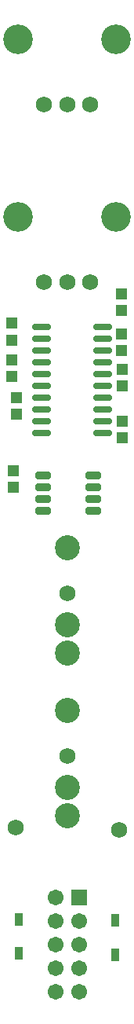
<source format=gts>
G04 Layer_Color=8388736*
%FSLAX25Y25*%
%MOIN*%
G70*
G01*
G75*
%ADD33O,0.08083X0.02965*%
%ADD34R,0.03556X0.05524*%
G04:AMPARAMS|DCode=35|XSize=31.62mil|YSize=65.09mil|CornerRadius=6.01mil|HoleSize=0mil|Usage=FLASHONLY|Rotation=90.000|XOffset=0mil|YOffset=0mil|HoleType=Round|Shape=RoundedRectangle|*
%AMROUNDEDRECTD35*
21,1,0.03162,0.05307,0,0,90.0*
21,1,0.01961,0.06509,0,0,90.0*
1,1,0.01202,0.02653,0.00980*
1,1,0.01202,0.02653,-0.00980*
1,1,0.01202,-0.02653,-0.00980*
1,1,0.01202,-0.02653,0.00980*
%
%ADD35ROUNDEDRECTD35*%
%ADD36R,0.05131X0.05131*%
%ADD37C,0.10642*%
%ADD38C,0.06800*%
%ADD39C,0.12611*%
%ADD40R,0.06706X0.06706*%
%ADD41C,0.06706*%
D33*
X16500Y288000D02*
D03*
Y283000D02*
D03*
Y278000D02*
D03*
Y273000D02*
D03*
Y268000D02*
D03*
Y263000D02*
D03*
Y258000D02*
D03*
Y253000D02*
D03*
Y248000D02*
D03*
Y243000D02*
D03*
X42500Y288000D02*
D03*
Y283000D02*
D03*
Y278000D02*
D03*
Y273000D02*
D03*
Y268000D02*
D03*
Y263000D02*
D03*
Y258000D02*
D03*
Y253000D02*
D03*
Y248000D02*
D03*
Y243000D02*
D03*
D34*
X7000Y22217D02*
D03*
Y36783D02*
D03*
X48000Y36283D02*
D03*
Y21716D02*
D03*
D35*
X38728Y210000D02*
D03*
Y215000D02*
D03*
Y220000D02*
D03*
Y225000D02*
D03*
X17272Y210000D02*
D03*
Y215000D02*
D03*
Y220000D02*
D03*
Y225000D02*
D03*
D36*
X4500Y227043D02*
D03*
Y219957D02*
D03*
X6000Y250957D02*
D03*
Y258043D02*
D03*
X51000Y248043D02*
D03*
Y240957D02*
D03*
X4000Y274043D02*
D03*
Y266957D02*
D03*
Y289543D02*
D03*
Y282457D02*
D03*
X51000Y262957D02*
D03*
Y270043D02*
D03*
X50500Y294957D02*
D03*
Y302043D02*
D03*
X50500Y277957D02*
D03*
Y285043D02*
D03*
D37*
X27500Y149488D02*
D03*
Y161693D02*
D03*
Y194370D02*
D03*
Y80488D02*
D03*
Y92693D02*
D03*
Y125370D02*
D03*
D38*
Y175000D02*
D03*
X37343Y306941D02*
D03*
X17658D02*
D03*
X27500D02*
D03*
X37343Y382441D02*
D03*
X17658D02*
D03*
X27500D02*
D03*
Y106000D02*
D03*
X49500Y74500D02*
D03*
X5500Y75500D02*
D03*
D39*
X6634Y334500D02*
D03*
X48366D02*
D03*
X6634Y410000D02*
D03*
X48366D02*
D03*
D40*
X32500Y46000D02*
D03*
D41*
X22500D02*
D03*
X32500Y36000D02*
D03*
X22500D02*
D03*
X32500Y26000D02*
D03*
X22500D02*
D03*
X32500Y16000D02*
D03*
X22500D02*
D03*
X32500Y6000D02*
D03*
X22500D02*
D03*
M02*

</source>
